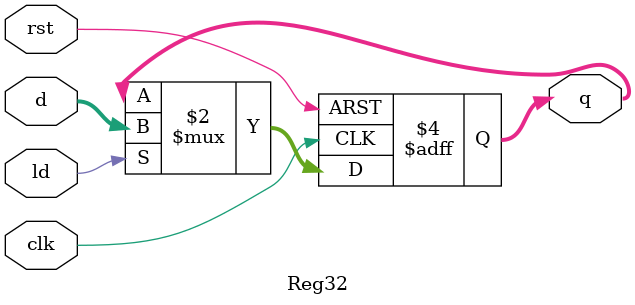
<source format=v>
module Reg32(clk, rst, d, ld, q);
input clk;
input rst;
input [31:0] d;
input ld;
output reg [31:0] q;
	
	always @(posedge clk or posedge rst) begin
		if (rst) q <= 32'b0;
		else if (ld) q <= d;
	end

endmodule 

</source>
